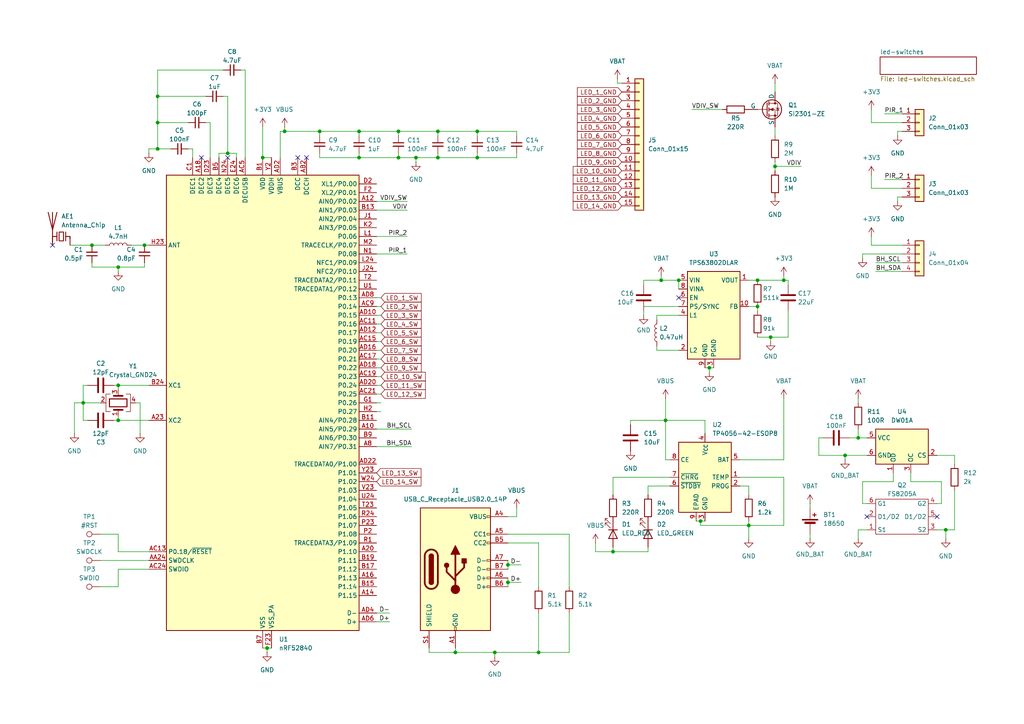
<source format=kicad_sch>
(kicad_sch (version 20250114) (generator "eeschema") (generator_version "9.0")
  (paper "A4")
  (junction (at 115.57 38.1))
  (junction (at 191.77 81.28))
  (junction (at 147.32 168.91))
  (junction (at 156.21 189.23))
  (junction (at 127 45.72))
  (junction (at 223.52 97.79))
  (junction (at 92.71 38.1))
  (junction (at 274.32 153.67))
  (junction (at 45.72 43.18))
  (junction (at 127 38.1))
  (junction (at 245.11 132.08))
  (junction (at 45.72 35.56))
  (junction (at 193.04 121.92))
  (junction (at 104.14 38.1))
  (junction (at 45.72 27.94))
  (junction (at 82.55 38.1))
  (junction (at 34.29 111.76))
  (junction (at 34.29 121.92))
  (junction (at 217.17 152.4))
  (junction (at 205.74 106.68))
  (junction (at 77.47 187.96))
  (junction (at 147.32 163.83))
  (junction (at 132.08 189.23))
  (junction (at 143.51 189.23))
  (junction (at 24.13 116.84))
  (junction (at 219.71 88.9))
  (junction (at 104.14 45.72))
  (junction (at 248.92 127))
  (junction (at 66.04 44.45))
  (junction (at 219.71 81.28))
  (junction (at 138.43 45.72))
  (junction (at 115.57 45.72))
  (junction (at 177.8 160.02))
  (junction (at 26.67 71.12))
  (junction (at 196.85 81.28))
  (junction (at 120.65 45.72))
  (junction (at 227.33 81.28))
  (junction (at 41.91 71.12))
  (junction (at 224.79 48.26))
  (junction (at 76.2 45.72))
  (junction (at 203.2 151.13))
  (junction (at 34.29 77.47))
  (junction (at 138.43 38.1))
  (no_connect (at 88.9 45.72))
  (no_connect (at 15.24 71.12))
  (no_connect (at 86.36 45.72))
  (no_connect (at 58.42 45.72))
  (no_connect (at 196.85 86.36))
  (no_connect (at 251.46 149.86))
  (no_connect (at 271.78 149.86))
  (no_connect (at 66.04 45.72))
  (wire (pts (xy 24.13 121.92) (xy 25.4 121.92)))
  (wire (pts (xy 224.79 36.83) (xy 224.79 39.37)))
  (wire (pts (xy 127 44.45) (xy 127 45.72)))
  (wire (pts (xy 109.22 104.14) (xy 110.49 104.14)))
  (wire (pts (xy 149.86 38.1) (xy 149.86 39.37)))
  (wire (pts (xy 203.2 152.4) (xy 203.2 151.13)))
  (wire (pts (xy 252.73 35.56) (xy 252.73 31.75)))
  (wire (pts (xy 138.43 38.1) (xy 149.86 38.1)))
  (wire (pts (xy 276.86 132.08) (xy 271.78 132.08)))
  (wire (pts (xy 191.77 81.28) (xy 196.85 81.28)))
  (wire (pts (xy 24.13 111.76) (xy 24.13 116.84)))
  (wire (pts (xy 138.43 45.72) (xy 149.86 45.72)))
  (wire (pts (xy 245.11 133.35) (xy 245.11 132.08)))
  (wire (pts (xy 77.47 187.96) (xy 78.74 187.96)))
  (wire (pts (xy 109.22 177.8) (xy 113.03 177.8)))
  (wire (pts (xy 182.88 121.92) (xy 182.88 123.19)))
  (wire (pts (xy 34.29 121.92) (xy 43.18 121.92)))
  (wire (pts (xy 193.04 121.92) (xy 182.88 121.92)))
  (wire (pts (xy 237.49 127) (xy 238.76 127)))
  (wire (pts (xy 217.17 152.4) (xy 227.33 152.4)))
  (wire (pts (xy 45.72 43.18) (xy 43.18 43.18)))
  (wire (pts (xy 227.33 115.57) (xy 227.33 133.35)))
  (wire (pts (xy 104.14 45.72) (xy 115.57 45.72)))
  (wire (pts (xy 43.18 165.1) (xy 34.29 165.1)))
  (wire (pts (xy 264.16 139.7) (xy 264.16 137.16)))
  (wire (pts (xy 109.22 96.52) (xy 110.49 96.52)))
  (wire (pts (xy 273.05 146.05) (xy 271.78 146.05)))
  (wire (pts (xy 127 38.1) (xy 127 39.37)))
  (wire (pts (xy 109.22 101.6) (xy 110.49 101.6)))
  (wire (pts (xy 193.04 133.35) (xy 194.31 133.35)))
  (wire (pts (xy 217.17 140.97) (xy 217.17 143.51)))
  (wire (pts (xy 274.32 153.67) (xy 274.32 156.21)))
  (wire (pts (xy 43.18 43.18) (xy 43.18 44.45)))
  (wire (pts (xy 248.92 124.46) (xy 248.92 127)))
  (wire (pts (xy 115.57 44.45) (xy 115.57 45.72)))
  (wire (pts (xy 109.22 60.96) (xy 118.11 60.96)))
  (wire (pts (xy 227.33 80.01) (xy 227.33 81.28)))
  (wire (pts (xy 224.79 48.26) (xy 224.79 49.53)))
  (wire (pts (xy 227.33 138.43) (xy 227.33 152.4)))
  (wire (pts (xy 190.5 91.44) (xy 190.5 92.71)))
  (wire (pts (xy 109.22 91.44) (xy 110.49 91.44)))
  (wire (pts (xy 259.08 139.7) (xy 259.08 137.16)))
  (wire (pts (xy 147.32 167.64) (xy 147.32 168.91)))
  (wire (pts (xy 187.96 160.02) (xy 187.96 158.75)))
  (wire (pts (xy 109.22 88.9) (xy 110.49 88.9)))
  (wire (pts (xy 132.08 189.23) (xy 132.08 187.96)))
  (wire (pts (xy 45.72 20.32) (xy 45.72 27.94)))
  (wire (pts (xy 109.22 111.76) (xy 110.49 111.76)))
  (wire (pts (xy 248.92 115.57) (xy 248.92 116.84)))
  (wire (pts (xy 271.78 153.67) (xy 274.32 153.67)))
  (wire (pts (xy 273.05 146.05) (xy 273.05 139.7)))
  (wire (pts (xy 217.17 88.9) (xy 219.71 88.9)))
  (wire (pts (xy 193.04 121.92) (xy 193.04 133.35)))
  (wire (pts (xy 109.22 180.34) (xy 113.03 180.34)))
  (wire (pts (xy 109.22 109.22) (xy 110.49 109.22)))
  (wire (pts (xy 109.22 106.68) (xy 110.49 106.68)))
  (wire (pts (xy 194.31 138.43) (xy 177.8 138.43)))
  (wire (pts (xy 177.8 160.02) (xy 187.96 160.02)))
  (wire (pts (xy 66.04 44.45) (xy 68.58 44.45)))
  (wire (pts (xy 261.62 73.66) (xy 250.19 73.66)))
  (wire (pts (xy 273.05 139.7) (xy 264.16 139.7)))
  (wire (pts (xy 256.54 33.02) (xy 261.62 33.02)))
  (wire (pts (xy 201.93 151.13) (xy 203.2 151.13)))
  (wire (pts (xy 261.62 54.61) (xy 252.73 54.61)))
  (wire (pts (xy 143.51 189.23) (xy 156.21 189.23)))
  (wire (pts (xy 156.21 189.23) (xy 165.1 189.23)))
  (wire (pts (xy 250.19 139.7) (xy 259.08 139.7)))
  (wire (pts (xy 115.57 38.1) (xy 127 38.1)))
  (wire (pts (xy 147.32 163.83) (xy 151.13 163.83)))
  (wire (pts (xy 186.69 90.17) (xy 186.69 91.44)))
  (wire (pts (xy 186.69 88.9) (xy 196.85 88.9)))
  (wire (pts (xy 156.21 177.8) (xy 156.21 189.23)))
  (wire (pts (xy 40.64 116.84) (xy 39.37 116.84)))
  (wire (pts (xy 120.65 45.72) (xy 127 45.72)))
  (wire (pts (xy 187.96 143.51) (xy 187.96 140.97)))
  (wire (pts (xy 190.5 100.33) (xy 190.5 101.6)))
  (wire (pts (xy 43.18 160.02) (xy 34.29 160.02)))
  (wire (pts (xy 165.1 154.94) (xy 165.1 170.18)))
  (wire (pts (xy 224.79 48.26) (xy 232.41 48.26)))
  (wire (pts (xy 203.2 151.13) (xy 204.47 151.13)))
  (wire (pts (xy 191.77 81.28) (xy 186.69 81.28)))
  (wire (pts (xy 45.72 27.94) (xy 59.69 27.94)))
  (wire (pts (xy 254 78.74) (xy 261.62 78.74)))
  (wire (pts (xy 250.19 146.05) (xy 250.19 139.7)))
  (wire (pts (xy 68.58 44.45) (xy 68.58 45.72)))
  (wire (pts (xy 34.29 77.47) (xy 41.91 77.47)))
  (wire (pts (xy 127 38.1) (xy 138.43 38.1)))
  (wire (pts (xy 66.04 27.94) (xy 64.77 27.94)))
  (wire (pts (xy 204.47 121.92) (xy 204.47 125.73)))
  (wire (pts (xy 63.5 44.45) (xy 66.04 44.45)))
  (wire (pts (xy 34.29 78.74) (xy 34.29 77.47)))
  (wire (pts (xy 260.35 38.1) (xy 261.62 38.1)))
  (wire (pts (xy 219.71 97.79) (xy 223.52 97.79)))
  (wire (pts (xy 92.71 44.45) (xy 92.71 45.72)))
  (wire (pts (xy 147.32 168.91) (xy 151.13 168.91)))
  (wire (pts (xy 205.74 106.68) (xy 207.01 106.68)))
  (wire (pts (xy 165.1 177.8) (xy 165.1 189.23)))
  (wire (pts (xy 34.29 160.02) (xy 34.29 154.94)))
  (wire (pts (xy 124.46 189.23) (xy 124.46 187.96)))
  (wire (pts (xy 92.71 39.37) (xy 92.71 38.1)))
  (wire (pts (xy 138.43 45.72) (xy 138.43 44.45)))
  (wire (pts (xy 41.91 77.47) (xy 41.91 76.2)))
  (wire (pts (xy 260.35 39.37) (xy 260.35 38.1)))
  (wire (pts (xy 55.88 45.72) (xy 55.88 43.18)))
  (wire (pts (xy 248.92 153.67) (xy 248.92 156.21)))
  (wire (pts (xy 217.17 156.21) (xy 217.17 152.4)))
  (wire (pts (xy 147.32 162.56) (xy 147.32 163.83)))
  (wire (pts (xy 29.21 162.56) (xy 43.18 162.56)))
  (wire (pts (xy 191.77 80.01) (xy 191.77 81.28)))
  (wire (pts (xy 45.72 43.18) (xy 49.53 43.18)))
  (wire (pts (xy 246.38 127) (xy 248.92 127)))
  (wire (pts (xy 261.62 71.12) (xy 252.73 71.12)))
  (wire (pts (xy 118.11 68.58) (xy 109.22 68.58)))
  (wire (pts (xy 34.29 120.65) (xy 34.29 121.92)))
  (wire (pts (xy 21.59 116.84) (xy 24.13 116.84)))
  (wire (pts (xy 250.19 73.66) (xy 250.19 74.93)))
  (wire (pts (xy 214.63 133.35) (xy 227.33 133.35)))
  (wire (pts (xy 261.62 57.15) (xy 260.35 57.15)))
  (wire (pts (xy 260.35 57.15) (xy 260.35 58.42)))
  (wire (pts (xy 214.63 140.97) (xy 217.17 140.97)))
  (wire (pts (xy 219.71 81.28) (xy 227.33 81.28)))
  (wire (pts (xy 92.71 38.1) (xy 104.14 38.1)))
  (wire (pts (xy 109.22 86.36) (xy 110.49 86.36)))
  (wire (pts (xy 147.32 157.48) (xy 156.21 157.48)))
  (wire (pts (xy 109.22 129.54) (xy 119.38 129.54)))
  (wire (pts (xy 26.67 77.47) (xy 34.29 77.47)))
  (wire (pts (xy 109.22 119.38) (xy 110.49 119.38)))
  (wire (pts (xy 203.2 152.4) (xy 217.17 152.4)))
  (wire (pts (xy 26.67 71.12) (xy 30.48 71.12)))
  (wire (pts (xy 34.29 165.1) (xy 34.29 170.18)))
  (wire (pts (xy 251.46 153.67) (xy 248.92 153.67)))
  (wire (pts (xy 219.71 81.28) (xy 217.17 81.28)))
  (wire (pts (xy 234.95 156.21) (xy 234.95 154.94)))
  (wire (pts (xy 124.46 189.23) (xy 132.08 189.23)))
  (wire (pts (xy 34.29 111.76) (xy 34.29 113.03)))
  (wire (pts (xy 76.2 36.83) (xy 76.2 45.72)))
  (wire (pts (xy 224.79 24.13) (xy 224.79 26.67)))
  (wire (pts (xy 223.52 97.79) (xy 228.6 97.79)))
  (wire (pts (xy 127 45.72) (xy 138.43 45.72)))
  (wire (pts (xy 261.62 35.56) (xy 252.73 35.56)))
  (wire (pts (xy 186.69 81.28) (xy 186.69 82.55)))
  (wire (pts (xy 34.29 170.18) (xy 29.21 170.18)))
  (wire (pts (xy 55.88 43.18) (xy 54.61 43.18)))
  (wire (pts (xy 217.17 152.4) (xy 217.17 151.13)))
  (wire (pts (xy 147.32 149.86) (xy 149.86 149.86)))
  (wire (pts (xy 252.73 68.58) (xy 252.73 71.12)))
  (wire (pts (xy 172.72 157.48) (xy 172.72 160.02)))
  (wire (pts (xy 24.13 116.84) (xy 29.21 116.84)))
  (wire (pts (xy 71.12 20.32) (xy 69.85 20.32)))
  (wire (pts (xy 149.86 147.32) (xy 149.86 149.86)))
  (wire (pts (xy 109.22 114.3) (xy 110.49 114.3)))
  (wire (pts (xy 193.04 121.92) (xy 204.47 121.92)))
  (wire (pts (xy 104.14 44.45) (xy 104.14 45.72)))
  (wire (pts (xy 224.79 46.99) (xy 224.79 48.26)))
  (wire (pts (xy 251.46 146.05) (xy 250.19 146.05)))
  (wire (pts (xy 228.6 82.55) (xy 228.6 81.28)))
  (wire (pts (xy 120.65 45.72) (xy 120.65 46.99)))
  (wire (pts (xy 109.22 58.42) (xy 118.11 58.42)))
  (wire (pts (xy 204.47 106.68) (xy 205.74 106.68)))
  (wire (pts (xy 276.86 142.24) (xy 276.86 153.67)))
  (wire (pts (xy 245.11 132.08) (xy 251.46 132.08)))
  (wire (pts (xy 177.8 138.43) (xy 177.8 143.51)))
  (wire (pts (xy 33.02 121.92) (xy 34.29 121.92)))
  (wire (pts (xy 20.32 71.12) (xy 26.67 71.12)))
  (wire (pts (xy 45.72 35.56) (xy 54.61 35.56)))
  (wire (pts (xy 147.32 168.91) (xy 147.32 170.18)))
  (wire (pts (xy 76.2 187.96) (xy 77.47 187.96)))
  (wire (pts (xy 147.32 163.83) (xy 147.32 165.1)))
  (wire (pts (xy 256.54 52.07) (xy 261.62 52.07)))
  (wire (pts (xy 45.72 27.94) (xy 45.72 35.56)))
  (wire (pts (xy 66.04 27.94) (xy 66.04 44.45)))
  (wire (pts (xy 228.6 81.28) (xy 227.33 81.28)))
  (wire (pts (xy 24.13 116.84) (xy 24.13 121.92)))
  (wire (pts (xy 34.29 111.76) (xy 43.18 111.76)))
  (wire (pts (xy 138.43 38.1) (xy 138.43 39.37)))
  (wire (pts (xy 82.55 36.83) (xy 82.55 38.1)))
  (wire (pts (xy 40.64 116.84) (xy 40.64 125.73)))
  (wire (pts (xy 214.63 138.43) (xy 227.33 138.43)))
  (wire (pts (xy 104.14 38.1) (xy 115.57 38.1)))
  (wire (pts (xy 237.49 127) (xy 237.49 132.08)))
  (wire (pts (xy 180.34 24.13) (xy 179.07 24.13)))
  (wire (pts (xy 82.55 38.1) (xy 81.28 38.1)))
  (wire (pts (xy 41.91 71.12) (xy 43.18 71.12)))
  (wire (pts (xy 109.22 124.46) (xy 119.38 124.46)))
  (wire (pts (xy 200.66 31.75) (xy 209.55 31.75)))
  (wire (pts (xy 196.85 91.44) (xy 190.5 91.44)))
  (wire (pts (xy 60.96 35.56) (xy 59.69 35.56)))
  (wire (pts (xy 64.77 20.32) (xy 45.72 20.32)))
  (wire (pts (xy 34.29 154.94) (xy 29.21 154.94)))
  (wire (pts (xy 177.8 158.75) (xy 177.8 160.02)))
  (wire (pts (xy 60.96 35.56) (xy 60.96 45.72)))
  (wire (pts (xy 193.04 121.92) (xy 193.04 115.57)))
  (wire (pts (xy 223.52 97.79) (xy 223.52 99.06)))
  (wire (pts (xy 92.71 45.72) (xy 104.14 45.72)))
  (wire (pts (xy 132.08 189.23) (xy 143.51 189.23)))
  (wire (pts (xy 104.14 38.1) (xy 104.14 39.37)))
  (wire (pts (xy 254 76.2) (xy 261.62 76.2)))
  (wire (pts (xy 33.02 111.76) (xy 34.29 111.76)))
  (wire (pts (xy 187.96 140.97) (xy 194.31 140.97)))
  (wire (pts (xy 276.86 134.62) (xy 276.86 132.08)))
  (wire (pts (xy 252.73 54.61) (xy 252.73 50.8)))
  (wire (pts (xy 149.86 44.45) (xy 149.86 45.72)))
  (wire (pts (xy 77.47 187.96) (xy 77.47 189.23)))
  (wire (pts (xy 109.22 99.06) (xy 110.49 99.06)))
  (wire (pts (xy 156.21 157.48) (xy 156.21 170.18)))
  (wire (pts (xy 81.28 38.1) (xy 81.28 45.72)))
  (wire (pts (xy 179.07 22.86) (xy 179.07 24.13)))
  (wire (pts (xy 143.51 189.23) (xy 143.51 190.5)))
  (wire (pts (xy 276.86 153.67) (xy 274.32 153.67)))
  (wire (pts (xy 109.22 116.84) (xy 110.49 116.84)))
  (wire (pts (xy 25.4 111.76) (xy 24.13 111.76)))
  (wire (pts (xy 118.11 73.66) (xy 109.22 73.66)))
  (wire (pts (xy 26.67 77.47) (xy 26.67 76.2)))
  (wire (pts (xy 115.57 38.1) (xy 115.57 39.37)))
  (wire (pts (xy 205.74 106.68) (xy 205.74 107.95)))
  (wire (pts (xy 38.1 71.12) (xy 41.91 71.12)))
  (wire (pts (xy 92.71 38.1) (xy 82.55 38.1)))
  (wire (pts (xy 234.95 146.05) (xy 234.95 147.32)))
  (wire (pts (xy 109.22 93.98) (xy 110.49 93.98)))
  (wire (pts (xy 71.12 20.32) (xy 71.12 45.72)))
  (wire (pts (xy 147.32 154.94) (xy 165.1 154.94)))
  (wire (pts (xy 76.2 45.72) (xy 78.74 45.72)))
  (wire (pts (xy 237.49 132.08) (xy 245.11 132.08)))
  (wire (pts (xy 196.85 81.28) (xy 196.85 83.82)))
  (wire (pts (xy 228.6 90.17) (xy 228.6 97.79)))
  (wire (pts (xy 21.59 116.84) (xy 21.59 125.73)))
  (wire (pts (xy 190.5 101.6) (xy 196.85 101.6)))
  (wire (pts (xy 172.72 160.02) (xy 177.8 160.02)))
  (wire (pts (xy 63.5 45.72) (xy 63.5 44.45)))
  (wire (pts (xy 219.71 88.9) (xy 219.71 90.17)))
  (wire (pts (xy 120.65 45.72) (xy 115.57 45.72)))
  (wire (pts (xy 248.92 127) (xy 251.46 127)))
  (wire (pts (xy 45.72 35.56) (xy 45.72 43.18)))
  (label "VDIV" (at 232.41 48.26 180))
  (label "D-" (at 151.13 163.83 180))
  (label "PIR_2" (at 256.54 52.07 0))
  (label "BH_SDA" (at 254 78.74 0))
  (label "BH_SCL" (at 254 76.2 0))
  (label "PIR_2" (at 118.11 68.58 180))
  (label "BH_SCL" (at 119.38 124.46 180))
  (label "VDIV_SW" (at 200.66 31.75 0))
  (label "VDIV_SW" (at 118.11 58.42 180))
  (label "PIR_1" (at 118.11 73.66 180))
  (label "BH_SDA" (at 119.38 129.54 180))
  (label "D-" (at 113.03 177.8 180))
  (label "D+" (at 151.13 168.91 180))
  (label "D+" (at 113.03 180.34 180))
  (label "VDIV" (at 118.11 60.96 180))
  (label "PIR_1" (at 256.54 33.02 0))
  (global_label "LED_7_SW" (shape input) (at 110.49 101.6 0) (property "Intersheetrefs" "${INTERSHEET_REFS}" (effects (hide yes))))
  (global_label "LED_11_SW" (shape input) (at 110.49 111.76 0) (property "Intersheetrefs" "${INTERSHEET_REFS}" (effects (hide yes))))
  (global_label "LED_13_GND" (shape input) (at 180.34 57.15 180) (property "Intersheetrefs" "${INTERSHEET_REFS}" (effects (hide yes))))
  (global_label "LED_11_GND" (shape input) (at 180.34 52.07 180) (property "Intersheetrefs" "${INTERSHEET_REFS}" (effects (hide yes))))
  (global_label "LED_10_GND" (shape input) (at 180.34 49.53 180) (property "Intersheetrefs" "${INTERSHEET_REFS}" (effects (hide yes))))
  (global_label "LED_12_GND" (shape input) (at 180.34 54.61 180) (property "Intersheetrefs" "${INTERSHEET_REFS}" (effects (hide yes))))
  (global_label "LED_14_GND" (shape input) (at 180.34 59.69 180) (property "Intersheetrefs" "${INTERSHEET_REFS}" (effects (hide yes))))
  (global_label "LED_5_GND" (shape input) (at 180.34 36.83 180) (property "Intersheetrefs" "${INTERSHEET_REFS}" (effects (hide yes))))
  (global_label "LED_6_GND" (shape input) (at 180.34 39.37 180) (property "Intersheetrefs" "${INTERSHEET_REFS}" (effects (hide yes))))
  (global_label "LED_9_GND" (shape input) (at 180.34 46.99 180) (property "Intersheetrefs" "${INTERSHEET_REFS}" (effects (hide yes))))
  (global_label "LED_4_GND" (shape input) (at 180.34 34.29 180) (property "Intersheetrefs" "${INTERSHEET_REFS}" (effects (hide yes))))
  (global_label "LED_2_GND" (shape input) (at 180.34 29.21 180) (property "Intersheetrefs" "${INTERSHEET_REFS}" (effects (hide yes))))
  (global_label "LED_1_GND" (shape input) (at 180.34 26.67 180) (property "Intersheetrefs" "${INTERSHEET_REFS}" (effects (hide yes))))
  (global_label "LED_3_GND" (shape input) (at 180.34 31.75 180) (property "Intersheetrefs" "${INTERSHEET_REFS}" (effects (hide yes))))
  (global_label "LED_7_GND" (shape input) (at 180.34 41.91 180) (property "Intersheetrefs" "${INTERSHEET_REFS}" (effects (hide yes))))
  (global_label "LED_8_GND" (shape input) (at 180.34 44.45 180) (property "Intersheetrefs" "${INTERSHEET_REFS}" (effects (hide yes))))
  (global_label "LED_4_SW" (shape input) (at 110.49 93.98 0) (property "Intersheetrefs" "${INTERSHEET_REFS}" (effects (hide yes))))
  (global_label "LED_1_SW" (shape input) (at 110.49 86.36 0) (property "Intersheetrefs" "${INTERSHEET_REFS}" (effects (hide yes))))
  (global_label "LED_14_SW" (shape input) (at 109.22 139.7 0) (property "Intersheetrefs" "${INTERSHEET_REFS}" (effects (hide yes))))
  (global_label "LED_6_SW" (shape input) (at 110.49 99.06 0) (property "Intersheetrefs" "${INTERSHEET_REFS}" (effects (hide yes))))
  (global_label "LED_5_SW" (shape input) (at 110.49 96.52 0) (property "Intersheetrefs" "${INTERSHEET_REFS}" (effects (hide yes))))
  (global_label "LED_2_SW" (shape input) (at 110.49 88.9 0) (property "Intersheetrefs" "${INTERSHEET_REFS}" (effects (hide yes))))
  (global_label "LED_12_SW" (shape input) (at 110.49 114.3 0) (property "Intersheetrefs" "${INTERSHEET_REFS}" (effects (hide yes))))
  (global_label "LED_8_SW" (shape input) (at 110.49 104.14 0) (property "Intersheetrefs" "${INTERSHEET_REFS}" (effects (hide yes))))
  (global_label "LED_13_SW" (shape input) (at 109.22 137.16 0) (property "Intersheetrefs" "${INTERSHEET_REFS}" (effects (hide yes))))
  (global_label "LED_9_SW" (shape input) (at 110.49 106.68 0) (property "Intersheetrefs" "${INTERSHEET_REFS}" (effects (hide yes))))
  (global_label "LED_10_SW" (shape input) (at 110.49 109.22 0) (property "Intersheetrefs" "${INTERSHEET_REFS}" (effects (hide yes))))
  (global_label "LED_3_SW" (shape input) (at 110.49 91.44 0) (property "Intersheetrefs" "${INTERSHEET_REFS}" (effects (hide yes))))
  (symbol (lib_id "Battery_Management:DW01A") (at 261.62 129.54 0) (unit 1)
    (property "Reference" "U4" (at 261.62 119.38 0))
    (property "Value" "DW01A" (at 261.62 121.92 0))
    (property "Footprint" "Package_TO_SOT_SMD:SOT-23-6" (effects (hide yes)))
    (property "Datasheet" "https://hmsemi.com/downfile/DW01A.PDF" (effects (hide yes)))
    (property "Description" "Overcharge, overcurrent and overdischarge protection IC for single cell lithium-ion/polymer battery" (effects (hide yes)))
    (property "MPN" "C18164398" (effects (hide yes)))
  )
  (symbol (lib_id "Device:C_Small") (at 26.67 73.66 0) (mirror x) (unit 1)
    (property "Reference" "C1" (at 24.13 72.3835 0) (effects (justify right)))
    (property "Value" "0.5pF" (at 24.13 74.9235 0) (effects (justify right)))
    (property "Footprint" "Capacitor_SMD:C_0402_1005Metric" (effects (hide yes)))
    (property "Description" "Unpolarized capacitor, small symbol" (effects (hide yes)))
    (property "MPN" "C285052" (effects (hide yes)))
  )
  (symbol (lib_id "Connector:USB_C_Receptacle_USB2.0_14P") (at 132.08 165.1 0) (unit 1)
    (property "Reference" "J1" (at 132.08 142.24 0))
    (property "Value" "USB_C_Receptacle_USB2.0_14P" (at 132.08 144.78 0))
    (property "Footprint" "Connector_USB:USB_C_Receptacle_GCT_USB4105-xx-A_16P_TopMnt_Horizontal" (effects (hide yes)))
    (property "Datasheet" "https://www.usb.org/sites/default/files/documents/usb_type-c.zip" (effects (hide yes)))
    (property "Description" "USB 2.0-only 14P Type-C Receptacle connector" (effects (hide yes)))
    (property "MPN" "C2765186" (effects (hide yes)))
  )
  (symbol (lib_id "Device:Battery_Cell") (at 234.95 152.4 0) (unit 1)
    (property "Reference" "BT1" (at 238.76 149.2884 0) (effects (justify left)))
    (property "Value" "18650" (at 238.76 151.8284 0) (effects (justify left)))
    (property "Footprint" "Battery:BatteryHolder_Keystone_1042_1x18650" (effects (hide yes)))
    (property "Description" "Single-cell battery" (effects (hide yes)))
    (property "MPN" "C2988620" (effects (hide yes)))
  )
  (symbol (lib_id "Device:R") (at 213.36 31.75 90) (unit 1)
    (property "Reference" "R5" (at 213.36 34.29 90))
    (property "Value" "220R" (at 213.36 36.83 90))
    (property "Footprint" "Resistor_SMD:R_0603_1608Metric" (effects (hide yes)))
    (property "Description" "Resistor" (effects (hide yes)))
    (property "MPN" "C2907127" (effects (hide yes)))
  )
  (symbol (lib_id "power:GND") (at 77.47 189.23 0) (unit 1)
    (property "Reference" "#PWR07" (effects (hide yes)))
    (property "Value" "GND" (at 77.47 194.31 0))
    (property "Description" "Power symbol creates a global label with name \"GND\" , ground" (effects (hide yes)))
  )
  (symbol (lib_id "power:GND") (at 245.11 133.35 0) (unit 1)
    (property "Reference" "#PWR013" (effects (hide yes)))
    (property "Value" "GND_BAT" (at 245.11 137.922 0))
    (property "Description" "Power symbol creates a global label with name \"GND\" , ground" (effects (hide yes)))
  )
  (symbol (lib_id "Device:L") (at 34.29 71.12 90) (unit 1)
    (property "Reference" "L1" (at 34.29 66.04 90))
    (property "Value" "4.7nH" (at 34.29 68.58 90))
    (property "Footprint" "Inductor_SMD:L_0402_1005Metric" (effects (hide yes)))
    (property "Description" "Inductor" (effects (hide yes)))
    (property "MPN" "C86065C86065" (effects (hide yes)))
  )
  (symbol (lib_id "Device:R") (at 177.8 147.32 0) (unit 1)
    (property "Reference" "R3" (at 180.34 146.0499 0) (effects (justify left)))
    (property "Value" "220R" (at 180.34 148.5899 0) (effects (justify left)))
    (property "Footprint" "Resistor_SMD:R_0603_1608Metric" (effects (hide yes)))
    (property "Description" "Resistor" (effects (hide yes)))
    (property "MPN" "C2907127" (effects (hide yes)))
  )
  (symbol (lib_id "power:GND") (at 260.35 58.42 0) (unit 1)
    (property "Reference" "#PWR05" (effects (hide yes)))
    (property "Value" "GND" (at 260.35 63.5 0))
    (property "Description" "Power symbol creates a global label with name \"GND\" , ground" (effects (hide yes)))
  )
  (symbol (lib_id "power:VBUS") (at 227.33 115.57 0) (unit 1)
    (property "Reference" "#PWR012" (effects (hide yes)))
    (property "Value" "VBAT" (at 227.33 110.49 0))
  )
  (symbol (lib_id "Device:R") (at 219.71 93.98 0) (unit 1)
    (property "Reference" "R8" (at 221.234 92.71 0) (effects (justify left)))
    (property "Value" "91k" (at 221.234 95.25 0) (effects (justify left)))
    (property "Footprint" "Resistor_SMD:R_0402_1005Metric" (effects (hide yes)))
    (property "Description" "Resistor" (effects (hide yes)))
    (property "MPN" "C4147" (effects (hide yes)))
  )
  (symbol (lib_id "Device:R") (at 276.86 138.43 0) (unit 1)
    (property "Reference" "R12" (at 279.4 137.1599 0) (effects (justify left)))
    (property "Value" "2k" (at 279.4 139.6999 0) (effects (justify left)))
    (property "Footprint" "Resistor_SMD:R_0603_1608Metric" (effects (hide yes)))
    (property "Description" "Resistor" (effects (hide yes)))
    (property "MPN" "C22975" (effects (hide yes)))
  )
  (symbol (lib_id "Device:C") (at 242.57 127 90) (unit 1)
    (property "Reference" "C18" (at 242.57 120.904 90))
    (property "Value" "100nF" (at 242.57 123.444 90))
    (property "Footprint" "Capacitor_SMD:C_0402_1005Metric" (effects (hide yes)))
    (property "Description" "Unpolarized capacitor" (effects (hide yes)))
    (property "MPN" "C6119799" (effects (hide yes)))
  )
  (symbol (lib_id "Connector_Generic:Conn_01x15") (at 185.42 41.91 0) (unit 1)
    (property "Reference" "J5" (at 187.96 40.6399 0) (effects (justify left)))
    (property "Value" "Conn_01x15" (at 187.96 43.1799 0) (effects (justify left)))
    (property "Footprint" "Connector_JST:JST_XH_S15B-XH-A_1x15_P2.50mm_Horizontal" (effects (hide yes)))
    (property "Description" "Generic connector, single row, 01x15, script generated (kicad-library-utils/schlib/autogen/connector/)" (effects (hide yes)))
  )
  (symbol (lib_id "power:GND") (at 43.18 44.45 0) (unit 1)
    (property "Reference" "#PWR023" (effects (hide yes)))
    (property "Value" "GND" (at 43.18 49.53 0))
    (property "Description" "Power symbol creates a global label with name \"GND\" , ground" (effects (hide yes)))
  )
  (symbol (lib_id "MCU_Nordic:nRF52840") (at 76.2 116.84 0) (unit 1)
    (property "Reference" "U1" (at 80.8833 185.42 0) (effects (justify left)))
    (property "Value" "nRF52840" (at 80.8833 187.96 0) (effects (justify left)))
    (property "Footprint" "Package_DFN_QFN:Nordic_AQFN-73-1EP_7x7mm_P0.5mm" (effects (hide yes)))
    (property "Datasheet" "http://infocenter.nordicsemi.com/topic/com.nordic.infocenter.nrf52/dita/nrf52/chips/nrf52840.html" (effects (hide yes)))
    (property "Description" "Multiprotocol BLE/ANT/2.4 GHz/802.15.4 Cortex-M4F SoC, AQFN-73" (effects (hide yes)))
    (property "MPN" "C190794" (effects (hide yes)))
  )
  (symbol (lib_id "Device:L") (at 190.5 96.52 180) (unit 1)
    (property "Reference" "L2" (at 191.262 95.25 0) (effects (justify right)))
    (property "Value" "0.47uH" (at 191.262 97.79 0) (effects (justify right)))
    (property "Footprint" "Inductor_SMD:L_1008_2520Metric" (effects (hide yes)))
    (property "Description" "Inductor" (effects (hide yes)))
    (property "MPN" "C5832368" (effects (hide yes)))
  )
  (symbol (lib_id "Device:C") (at 182.88 127 0) (unit 1)
    (property "Reference" "C15" (at 186.69 125.7299 0) (effects (justify left)))
    (property "Value" "10uF" (at 186.69 128.2699 0) (effects (justify left)))
    (property "Footprint" "Capacitor_SMD:C_0603_1608Metric" (effects (hide yes)))
    (property "Description" "Unpolarized capacitor" (effects (hide yes)))
    (property "MPN" "C6119842" (effects (hide yes)))
  )
  (symbol (lib_id "power:GND") (at 217.17 156.21 0) (unit 1)
    (property "Reference" "#PWR016" (effects (hide yes)))
    (property "Value" "GND" (at 217.17 161.29 0))
    (property "Description" "Power symbol creates a global label with name \"GND\" , ground" (effects (hide yes)))
  )
  (symbol (lib_id "Device:C") (at 29.21 111.76 90) (unit 1)
    (property "Reference" "C2" (at 29.21 105.41 90))
    (property "Value" "12pF" (at 29.21 107.95 90))
    (property "Footprint" "Capacitor_SMD:C_0402_1005Metric" (effects (hide yes)))
    (property "Description" "Unpolarized capacitor" (effects (hide yes)))
    (property "MPN" "C45359894" (effects (hide yes)))
  )
  (symbol (lib_id "Device:C_Small") (at 67.31 20.32 90) (unit 1)
    (property "Reference" "C8" (at 67.31 14.986 90))
    (property "Value" "4.7uF" (at 67.31 17.526 90))
    (property "Footprint" "Capacitor_SMD:C_0402_1005Metric" (effects (hide yes)))
    (property "Description" "Unpolarized capacitor, small symbol" (effects (hide yes)))
    (property "MPN" "C23733" (effects (hide yes)))
  )
  (symbol (lib_id "Device:C_Small") (at 104.14 41.91 0) (unit 1)
    (property "Reference" "C10" (at 106.68 40.6462 0) (effects (justify left)))
    (property "Value" "1uF" (at 106.68 43.1862 0) (effects (justify left)))
    (property "Footprint" "Capacitor_SMD:C_0603_1608Metric" (effects (hide yes)))
    (property "Description" "Unpolarized capacitor, small symbol" (effects (hide yes)))
    (property "MPN" "C1592" (effects (hide yes)))
  )
  (symbol (lib_id "power:GND") (at 143.51 190.5 0) (unit 1)
    (property "Reference" "#PWR01" (effects (hide yes)))
    (property "Value" "GND" (at 143.51 195.58 0))
    (property "Description" "Power symbol creates a global label with name \"GND\" , ground" (effects (hide yes)))
  )
  (symbol (lib_id "Connector_Generic:Conn_01x04") (at 266.7 73.66 0) (unit 1)
    (property "Reference" "J4" (at 269.24 73.6599 0) (effects (justify left)))
    (property "Value" "Conn_01x04" (at 269.24 76.1999 0) (effects (justify left)))
    (property "Footprint" "Connector_JST:JST_XH_B4B-XH-AM_1x04_P2.50mm_Vertical" (effects (hide yes)))
    (property "Description" "Generic connector, single row, 01x04, script generated (kicad-library-utils/schlib/autogen/connector/)" (effects (hide yes)))
    (property "MPN" "C161871" (effects (hide yes)))
  )
  (symbol (lib_id "power:VBUS") (at 179.07 22.86 0) (unit 1)
    (property "Reference" "#PWR049" (effects (hide yes)))
    (property "Value" "VBAT" (at 179.07 17.78 0))
  )
  (symbol (lib_id "power:VBUS") (at 234.95 146.05 0) (unit 1)
    (property "Reference" "#PWR017" (effects (hide yes)))
    (property "Value" "VBAT" (at 234.95 140.97 0))
  )
  (symbol (lib_id "Device:R") (at 224.79 53.34 0) (unit 1)
    (property "Reference" "R10" (at 227.33 52.0699 0) (effects (justify left)))
    (property "Value" "1M" (at 227.33 54.6099 0) (effects (justify left)))
    (property "Footprint" "Resistor_SMD:R_0402_1005Metric" (effects (hide yes)))
    (property "Description" "Resistor" (effects (hide yes)))
    (property "MPN" "C26083" (effects (hide yes)))
  )
  (symbol (lib_id "power:GND") (at 260.35 39.37 0) (unit 1)
    (property "Reference" "#PWR06" (effects (hide yes)))
    (property "Value" "GND" (at 260.35 44.45 0))
    (property "Description" "Power symbol creates a global label with name \"GND\" , ground" (effects (hide yes)))
  )
  (symbol (lib_id "Device:C_Small") (at 62.23 27.94 90) (unit 1)
    (property "Reference" "C7" (at 62.23 22.606 90))
    (property "Value" "1uF" (at 62.23 25.146 90))
    (property "Footprint" "Capacitor_SMD:C_0603_1608Metric" (effects (hide yes)))
    (property "Description" "Unpolarized capacitor, small symbol" (effects (hide yes)))
    (property "MPN" "C1592" (effects (hide yes)))
  )
  (symbol (lib_id "power:GND") (at 250.19 74.93 0) (unit 1)
    (property "Reference" "#PWR046" (effects (hide yes)))
    (property "Value" "GND" (at 250.19 80.01 0))
    (property "Description" "Power symbol creates a global label with name \"GND\" , ground" (effects (hide yes)))
  )
  (symbol (lib_id "Connector_Generic:Conn_01x03") (at 266.7 54.61 0) (unit 1)
    (property "Reference" "J3" (at 269.24 53.3399 0) (effects (justify left)))
    (property "Value" "Conn_01x03" (at 269.24 55.8799 0) (effects (justify left)))
    (property "Footprint" "Connector_JST:JST_XH_B3B-XH-AM_1x03_P2.50mm_Vertical" (effects (hide yes)))
    (property "Description" "Generic connector, single row, 01x03, script generated (kicad-library-utils/schlib/autogen/connector/)" (effects (hide yes)))
    (property "MPN" "C161870" (effects (hide yes)))
  )
  (symbol (lib_id "power:GND") (at 40.64 125.73 0) (unit 1)
    (property "Reference" "#PWR021" (effects (hide yes)))
    (property "Value" "GND" (at 40.64 130.81 0))
    (property "Description" "Power symbol creates a global label with name \"GND\" , ground" (effects (hide yes)))
  )
  (symbol (lib_id "power:GND") (at 224.79 57.15 0) (unit 1)
    (property "Reference" "#PWR026" (effects (hide yes)))
    (property "Value" "GND" (at 224.79 62.23 0))
    (property "Description" "Power symbol creates a global label with name \"GND\" , ground" (effects (hide yes)))
  )
  (symbol (lib_id "Regulator_Switching:TPS63002") (at 207.01 91.44 0) (unit 1)
    (property "Reference" "U3" (at 207.01 73.66 0))
    (property "Value" "TPS63802DLAR" (at 207.01 76.2 0))
    (property "Footprint" "Custom:VSON-10" (effects (hide yes)))
    (property "Datasheet" "http://www.ti.com/lit/ds/symlink/tps63000.pdf" (effects (hide yes)))
    (property "Description" "Buck-Boost Converter, 1.8-5.5V Input Voltage, 1.7A Switch Current, 5V Output Voltage, VSON-10" (effects (hide yes)))
    (property "MPN" "C2845237" (effects (hide yes)))
  )
  (symbol (lib_id "Connector_Generic:Conn_01x03") (at 266.7 35.56 0) (unit 1)
    (property "Reference" "J2" (at 269.24 34.2899 0) (effects (justify left)))
    (property "Value" "Conn_01x03" (at 269.24 36.8299 0) (effects (justify left)))
    (property "Footprint" "Connector_JST:JST_XH_S3B-XH-A_1x03_P2.50mm_Horizontal" (effects (hide yes)))
    (property "Description" "Generic connector, single row, 01x03, script generated (kicad-library-utils/schlib/autogen/connector/)" (effects (hide yes)))
    (property "MPN" "C157928" (effects (hide yes)))
  )
  (symbol (lib_id "power:GND") (at 234.95 156.21 0) (unit 1)
    (property "Reference" "#PWR018" (effects (hide yes)))
    (property "Value" "GND_BAT" (at 234.95 160.782 0))
    (property "Description" "Power symbol creates a global label with name \"GND\" , ground" (effects (hide yes)))
  )
  (symbol (lib_id "Device:R") (at 224.79 43.18 0) (unit 1)
    (property "Reference" "R9" (at 227.33 41.9099 0) (effects (justify left)))
    (property "Value" "2M" (at 227.33 44.4499 0) (effects (justify left)))
    (property "Footprint" "Resistor_SMD:R_0402_1005Metric" (effects (hide yes)))
    (property "Description" "Resistor" (effects (hide yes)))
    (property "MPN" "C138014" (effects (hide yes)))
  )
  (symbol (lib_id "power:GND") (at 248.92 156.21 0) (unit 1)
    (property "Reference" "#PWR08" (effects (hide yes)))
    (property "Value" "GND_BAT" (at 248.92 160.782 0))
    (property "Description" "Power symbol creates a global label with name \"GND\" , ground" (effects (hide yes)))
  )
  (symbol (lib_id "power:VBUS") (at 224.79 24.13 0) (unit 1)
    (property "Reference" "#PWR025" (effects (hide yes)))
    (property "Value" "VBAT" (at 224.79 19.05 0))
  )
  (symbol (lib_id "Device:LED") (at 187.96 154.94 270) (unit 1)
    (property "Reference" "D2" (at 190.5 152.0824 90) (effects (justify left)))
    (property "Value" "LED_GREEN" (at 190.5 154.6224 90) (effects (justify left)))
    (property "Footprint" "Custom:LED_1.7x1.1mm" (effects (hide yes)))
    (property "Description" "Light emitting diode" (effects (hide yes)))
    (property "Sim.Pins" "1=K 2=A" (effects (hide yes)))
    (property "MPN" "C965863" (effects (hide yes)))
  )
  (symbol (lib_id "Device:C_Small") (at 52.07 43.18 90) (unit 1)
    (property "Reference" "C5" (at 52.07 37.846 90))
    (property "Value" "100nF" (at 52.07 40.386 90))
    (property "Footprint" "Capacitor_SMD:C_0402_1005Metric" (effects (hide yes)))
    (property "Description" "Unpolarized capacitor, small symbol" (effects (hide yes)))
    (property "MPN" "C6119799" (effects (hide yes)))
  )
  (symbol (lib_id "Connector:TestPoint") (at 29.21 154.94 90) (unit 1)
    (property "Reference" "TP1" (at 25.908 149.86 90))
    (property "Value" "#RST" (at 25.908 152.4 90))
    (property "Footprint" "TestPoint:TestPoint_Pad_D1.5mm" (effects (hide yes)))
    (property "Description" "test point" (effects (hide yes)))
  )
  (symbol (lib_id "power:GND") (at 186.69 91.44 0) (unit 1)
    (property "Reference" "#PWR042" (effects (hide yes)))
    (property "Value" "GND" (at 186.69 95.758 0))
    (property "Description" "Power symbol creates a global label with name \"GND\" , ground" (effects (hide yes)))
  )
  (symbol (lib_id "Device:C_Small") (at 149.86 41.91 0) (unit 1)
    (property "Reference" "C14" (at 152.4 40.6462 0) (effects (justify left)))
    (property "Value" "4.7uF" (at 152.4 43.1862 0) (effects (justify left)))
    (property "Footprint" "Capacitor_SMD:C_0402_1005Metric" (effects (hide yes)))
    (property "Description" "Unpolarized capacitor, small symbol" (effects (hide yes)))
    (property "MPN" "C23733" (effects (hide yes)))
  )
  (symbol (lib_id "Device:R") (at 156.21 173.99 0) (unit 1)
    (property "Reference" "R1" (at 158.75 172.7199 0) (effects (justify left)))
    (property "Value" "5.1k" (at 158.75 175.2599 0) (effects (justify left)))
    (property "Footprint" "Resistor_SMD:R_0603_1608Metric" (effects (hide yes)))
    (property "Description" "Resistor" (effects (hide yes)))
    (property "MPN" "C26000" (effects (hide yes)))
  )
  (symbol (lib_id "Device:R") (at 217.17 147.32 0) (unit 1)
    (property "Reference" "R6" (at 219.71 146.0499 0) (effects (justify left)))
    (property "Value" "1.2k" (at 219.71 148.5899 0) (effects (justify left)))
    (property "Footprint" "Resistor_SMD:R_0603_1608Metric" (effects (hide yes)))
    (property "Description" "Resistor" (effects (hide yes)))
    (property "MPN" "C25987" (effects (hide yes)))
  )
  (symbol (lib_id "Device:C_Small") (at 115.57 41.91 0) (unit 1)
    (property "Reference" "C11" (at 118.11 40.6462 0) (effects (justify left)))
    (property "Value" "100nF" (at 118.11 43.1862 0) (effects (justify left)))
    (property "Footprint" "Capacitor_SMD:C_0402_1005Metric" (effects (hide yes)))
    (property "Description" "Unpolarized capacitor, small symbol" (effects (hide yes)))
    (property "MPN" "C6119799" (effects (hide yes)))
  )
  (symbol (lib_id "Device:C") (at 186.69 86.36 0) (mirror x) (unit 1)
    (property "Reference" "C16" (at 183.896 85.09 0) (effects (justify right)))
    (property "Value" "10uF" (at 183.896 87.63 0) (effects (justify right)))
    (property "Footprint" "Capacitor_SMD:C_0603_1608Metric" (effects (hide yes)))
    (property "Description" "Unpolarized capacitor" (effects (hide yes)))
    (property "MPN" "C6119842" (effects (hide yes)))
  )
  (symbol (lib_id "power:VBUS") (at 149.86 147.32 0) (unit 1)
    (property "Reference" "#PWR09" (effects (hide yes)))
    (property "Value" "VBUS" (at 149.86 142.24 0))
    (property "Description" "Power symbol creates a global label with name \"VBUS\"" (effects (hide yes)))
  )
  (symbol (lib_id "power:VBUS") (at 191.77 80.01 0) (unit 1)
    (property "Reference" "#PWR040" (effects (hide yes)))
    (property "Value" "VBAT" (at 191.77 74.93 0))
  )
  (symbol (lib_id "Device:Antenna_Chip") (at 17.78 68.58 0) (mirror y) (unit 1)
    (property "Reference" "AE1" (at 17.78 62.738 0) (effects (justify right)))
    (property "Value" "Antenna_Chip" (at 17.78 65.278 0) (effects (justify right)))
    (property "Footprint" "Inductor_SMD:L_1206_3216Metric" (effects (hide yes)))
    (property "Description" "Ceramic chip antenna with pin for PCB trace" (effects (hide yes)))
    (property "MPN" "C127629" (effects (hide yes)))
  )
  (symbol (lib_id "Device:R") (at 165.1 173.99 0) (unit 1)
    (property "Reference" "R2" (at 167.64 172.7199 0) (effects (justify left)))
    (property "Value" "5.1k" (at 167.64 175.2599 0) (effects (justify left)))
    (property "Footprint" "Resistor_SMD:R_0603_1608Metric" (effects (hide yes)))
    (property "Description" "Resistor" (effects (hide yes)))
    (property "MPN" "C26000" (effects (hide yes)))
  )
  (symbol (lib_id "Device:C_Small") (at 92.71 41.91 0) (unit 1)
    (property "Reference" "C9" (at 95.25 40.6462 0) (effects (justify left)))
    (property "Value" "4.7uF" (at 95.25 43.1862 0) (effects (justify left)))
    (property "Footprint" "Capacitor_SMD:C_0402_1005Metric" (effects (hide yes)))
    (property "Description" "Unpolarized capacitor, small symbol" (effects (hide yes)))
    (property "MPN" "C23733" (effects (hide yes)))
  )
  (symbol (lib_id "power:VBUS") (at 248.92 115.57 0) (unit 1)
    (property "Reference" "#PWR015" (effects (hide yes)))
    (property "Value" "VBAT" (at 248.92 110.49 0))
  )
  (symbol (lib_id "Device:LED") (at 177.8 154.94 270) (unit 1)
    (property "Reference" "D1" (at 180.34 152.0824 90) (effects (justify left)))
    (property "Value" "LED_RED" (at 180.34 154.6224 90) (effects (justify left)))
    (property "Footprint" "Custom:LED_1.7x1.1mm" (effects (hide yes)))
    (property "Description" "Light emitting diode" (effects (hide yes)))
    (property "Sim.Pins" "1=K 2=A" (effects (hide yes)))
    (property "MPN" "C965860" (effects (hide yes)))
  )
  (symbol (lib_id "power:GND") (at 120.65 46.99 0) (unit 1)
    (property "Reference" "#PWR024" (effects (hide yes)))
    (property "Value" "GND" (at 120.65 52.07 0))
    (property "Description" "Power symbol creates a global label with name \"GND\" , ground" (effects (hide yes)))
  )
  (symbol (lib_id "power:+3V3") (at 252.73 68.58 0) (unit 1)
    (property "Reference" "#PWR045" (effects (hide yes)))
    (property "Value" "+3V3" (at 252.73 63.5 0))
    (property "Description" "Power symbol creates a global label with name \"+3V3\"" (effects (hide yes)))
  )
  (symbol (lib_id "power:+3V3") (at 252.73 31.75 0) (unit 1)
    (property "Reference" "#PWR03" (effects (hide yes)))
    (property "Value" "+3V3" (at 252.73 26.67 0))
    (property "Description" "Power symbol creates a global label with name \"+3V3\"" (effects (hide yes)))
  )
  (symbol (lib_id "Device:Crystal_GND24") (at 34.29 116.84 90) (unit 1)
    (property "Reference" "Y1" (at 38.608 106.172 90))
    (property "Value" "Crystal_GND24" (at 38.608 108.712 90))
    (property "Footprint" "Crystal:Crystal_SMD_2016-4Pin_2.0x1.6mm" (effects (hide yes)))
    (property "Description" "Four pin crystal, GND on pins 2 and 4" (effects (hide yes)))
    (property "MPN" "C37635331" (effects (hide yes)))
  )
  (symbol (lib_id "power:VBUS") (at 172.72 157.48 0) (unit 1)
    (property "Reference" "#PWR047" (effects (hide yes)))
    (property "Value" "VBUS" (at 172.72 152.4 0))
    (property "Description" "Power symbol creates a global label with name \"VBUS\"" (effects (hide yes)))
  )
  (symbol (lib_id "Device:C") (at 29.21 121.92 90) (mirror x) (unit 1)
    (property "Reference" "C3" (at 29.21 128.27 90))
    (property "Value" "12pF" (at 29.21 125.73 90))
    (property "Footprint" "Capacitor_SMD:C_0402_1005Metric" (effects (hide yes)))
    (property "Description" "Unpolarized capacitor" (effects (hide yes)))
    (property "MPN" "C45359894" (effects (hide yes)))
  )
  (symbol (lib_id "Device:C_Small") (at 138.43 41.91 0) (unit 1)
    (property "Reference" "C13" (at 140.97 40.6462 0) (effects (justify left)))
    (property "Value" "100nF" (at 140.97 43.1862 0) (effects (justify left)))
    (property "Footprint" "Capacitor_SMD:C_0402_1005Metric" (effects (hide yes)))
    (property "Description" "Unpolarized capacitor, small symbol" (effects (hide yes)))
    (property "MPN" "C6119799" (effects (hide yes)))
  )
  (symbol (lib_id "Device:R") (at 187.96 147.32 0) (unit 1)
    (property "Reference" "R4" (at 190.5 146.0499 0) (effects (justify left)))
    (property "Value" "220R" (at 190.5 148.5899 0) (effects (justify left)))
    (property "Footprint" "Resistor_SMD:R_0603_1608Metric" (effects (hide yes)))
    (property "Description" "Resistor" (effects (hide yes)))
    (property "MPN" "C2907127" (effects (hide yes)))
  )
  (symbol (lib_id "Device:C_Small") (at 127 41.91 0) (unit 1)
    (property "Reference" "C12" (at 129.54 40.6462 0) (effects (justify left)))
    (property "Value" "100nF" (at 129.54 43.1862 0) (effects (justify left)))
    (property "Footprint" "Capacitor_SMD:C_0402_1005Metric" (effects (hide yes)))
    (property "Description" "Unpolarized capacitor, small symbol" (effects (hide yes)))
    (property "MPN" "C6119799" (effects (hide yes)))
  )
  (symbol (lib_id "power:GND") (at 274.32 156.21 0) (unit 1)
    (property "Reference" "#PWR014" (effects (hide yes)))
    (property "Value" "GND" (at 274.32 161.29 0))
    (property "Description" "Power symbol creates a global label with name \"GND\" , ground" (effects (hide yes)))
  )
  (symbol (lib_id "power:GND") (at 182.88 130.81 0) (unit 1)
    (property "Reference" "#PWR011" (effects (hide yes)))
    (property "Value" "GND" (at 182.88 135.89 0))
    (property "Description" "Power symbol creates a global label with name \"GND\" , ground" (effects (hide yes)))
  )
  (symbol (lib_id "Device:R") (at 248.92 120.65 0) (unit 1)
    (property "Reference" "R11" (at 251.46 119.3799 0) (effects (justify left)))
    (property "Value" "100R" (at 251.46 121.9199 0) (effects (justify left)))
    (property "Footprint" "Resistor_SMD:R_0603_1608Metric" (effects (hide yes)))
    (property "Description" "Resistor" (effects (hide yes)))
    (property "MPN" "C2907089" (effects (hide yes)))
  )
  (symbol (lib_id "Simulation_SPICE:NMOS") (at 222.25 31.75 0) (unit 1)
    (property "Reference" "Q1" (at 228.6 30.4799 0) (effects (justify left)))
    (property "Value" "SI2301-ZE" (at 228.6 33.0199 0) (effects (justify left)))
    (property "Footprint" "Package_TO_SOT_SMD:SOT-23" (effects (hide yes)))
    (property "Datasheet" "https://ngspice.sourceforge.io/docs/ngspice-html-manual/manual.xhtml#cha_MOSFETs" (effects (hide yes)))
    (property "Description" "N-MOSFET transistor, drain/source/gate" (effects (hide yes)))
    (property "Sim.Device" "PMOS" (effects (hide yes)))
    (property "Sim.Type" "VDMOS" (effects (hide yes)))
    (property "Sim.Pins" "1=D 2=G 3=S" (effects (hide yes)))
    (property "MPN" "C5261052" (effects (hide yes)))
  )
  (symbol (lib_id "power:GND") (at 223.52 99.06 0) (unit 1)
    (property "Reference" "#PWR043" (effects (hide yes)))
    (property "Value" "GND" (at 223.52 103.378 0))
    (property "Description" "Power symbol creates a global label with name \"GND\" , ground" (effects (hide yes)))
  )
  (symbol (lib_id "Custom:FS8205A") (at 261.62 149.86 0) (unit 1)
    (property "Reference" "Q2" (at 261.62 140.716 0))
    (property "Value" "FS8205A" (at 261.62 143.256 0))
    (property "Footprint" "Package_TO_SOT_SMD:SOT-23-6" (effects (hide yes)))
    (property "MPN" "C2830320" (effects (hide yes)))
  )
  (symbol (lib_id "Device:R") (at 219.71 85.09 0) (unit 1)
    (property "Reference" "R7" (at 221.234 83.82 0) (effects (justify left)))
    (property "Value" "511k" (at 221.234 86.36 0) (effects (justify left)))
    (property "Footprint" "Resistor_SMD:R_0402_1005Metric" (effects (hide yes)))
    (property "Description" "Resistor" (effects (hide yes)))
    (property "MPN" "C5126239" (effects (hide yes)))
  )
  (symbol (lib_id "power:+3V3") (at 252.73 50.8 0) (unit 1)
    (property "Reference" "#PWR04" (effects (hide yes)))
    (property "Value" "+3V3" (at 252.73 45.72 0))
    (property "Description" "Power symbol creates a global label with name \"+3V3\"" (effects (hide yes)))
  )
  (symbol (lib_id "power:GND") (at 34.29 78.74 0) (unit 1)
    (property "Reference" "#PWR048" (effects (hide yes)))
    (property "Value" "GND" (at 34.29 83.82 0))
    (property "Description" "Power symbol creates a global label with name \"GND\" , ground" (effects (hide yes)))
  )
  (symbol (lib_id "power:+3V3") (at 227.33 80.01 0) (unit 1)
    (property "Reference" "#PWR044" (effects (hide yes)))
    (property "Value" "+3V3" (at 227.33 74.93 0))
    (property "Description" "Power symbol creates a global label with name \"+3V3\"" (effects (hide yes)))
  )
  (symbol (lib_id "Connector:TestPoint") (at 29.21 162.56 90) (unit 1)
    (property "Reference" "TP2" (at 25.908 157.48 90))
    (property "Value" "SWDCLK" (at 25.908 160.02 90))
    (property "Footprint" "TestPoint:TestPoint_Pad_D1.5mm" (effects (hide yes)))
    (property "Description" "test point" (effects (hide yes)))
  )
  (symbol (lib_id "power:VBUS") (at 82.55 36.83 0) (unit 1)
    (property "Reference" "#PWR022" (effects (hide yes)))
    (property "Value" "VBUS" (at 82.55 31.75 0))
    (property "Description" "Power symbol creates a global label with name \"VBUS\"" (effects (hide yes)))
  )
  (symbol (lib_id "Battery_Management:TP4056-42-ESOP8") (at 204.47 138.43 0) (unit 1)
    (property "Reference" "U2" (at 206.6133 123.19 0) (effects (justify left)))
    (property "Value" "TP4056-42-ESOP8" (at 206.6133 125.73 0) (effects (justify left)))
    (property "Footprint" "Package_SO:SOIC-8-1EP_3.9x4.9mm_P1.27mm_EP2.41x3.3mm_ThermalVias" (effects (hide yes)))
    (property "Datasheet" "https://www.lcsc.com/datasheet/lcsc_datasheet_2410121619_TOPPOWER-Nanjing-Extension-Microelectronics-TP4056-42-ESOP8_C16581.pdf" (effects (hide yes)))
    (property "Description" "1A Standalone Linear Li-ion/LiPo single-cell battery charger, 4.2V ±1% charge voltage, VCC = 4.0..8.0V, SOIC-8 (SOP-8)" (effects (hide yes)))
    (property "MPN" "C7473158" (effects (hide yes)))
  )
  (symbol (lib_id "Device:C") (at 228.6 86.36 180) (unit 1)
    (property "Reference" "C17" (at 231.394 85.09 0) (effects (justify right)))
    (property "Value" "22uF" (at 231.394 87.63 0) (effects (justify right)))
    (property "Footprint" "Capacitor_SMD:C_0603_1608Metric" (effects (hide yes)))
    (property "Description" "Unpolarized capacitor" (effects (hide yes)))
    (property "MPN" "C380323" (effects (hide yes)))
  )
  (symbol (lib_id "power:GND") (at 205.74 107.95 0) (unit 1)
    (property "Reference" "#PWR041" (effects (hide yes)))
    (property "Value" "GND" (at 205.74 113.03 0))
    (property "Description" "Power symbol creates a global label with name \"GND\" , ground" (effects (hide yes)))
  )
  (symbol (lib_id "power:+3V3") (at 76.2 36.83 0) (unit 1)
    (property "Reference" "#PWR019" (effects (hide yes)))
    (property "Value" "+3V3" (at 76.2 31.75 0))
    (property "Description" "Power symbol creates a global label with name \"+3V3\"" (effects (hide yes)))
  )
  (symbol (lib_id "power:GND") (at 21.59 125.73 0) (unit 1)
    (property "Reference" "#PWR020" (effects (hide yes)))
    (property "Value" "GND" (at 21.59 130.81 0))
    (property "Description" "Power symbol creates a global label with name \"GND\" , ground" (effects (hide yes)))
  )
  (symbol (lib_id "power:VBUS") (at 193.04 115.57 0) (unit 1)
    (property "Reference" "#PWR010" (effects (hide yes)))
    (property "Value" "VBUS" (at 193.04 110.49 0))
    (property "Description" "Power symbol creates a global label with name \"VBUS\"" (effects (hide yes)))
  )
  (symbol (lib_id "Device:C_Small") (at 41.91 73.66 0) (mirror x) (unit 1)
    (property "Reference" "C4" (at 39.37 72.3835 0) (effects (justify right)))
    (property "Value" "0.8pF" (at 39.37 74.9235 0) (effects (justify right)))
    (property "Footprint" "Capacitor_SMD:C_0402_1005Metric" (effects (hide yes)))
    (property "Description" "Unpolarized capacitor, small symbol" (effects (hide yes)))
    (property "MPN" "C41361068" (effects (hide yes)))
  )
  (symbol (lib_id "Device:C_Small") (at 57.15 35.56 90) (unit 1)
    (property "Reference" "C6" (at 57.15 30.226 90))
    (property "Value" "100pF" (at 57.15 32.766 90))
    (property "Footprint" "Capacitor_SMD:C_0402_1005Metric" (effects (hide yes)))
    (property "Description" "Unpolarized capacitor, small symbol" (effects (hide yes)))
    (property "MPN" "C77177" (effects (hide yes)))
  )
  (symbol (lib_id "Connector:TestPoint") (at 29.21 170.18 90) (unit 1)
    (property "Reference" "TP3" (at 25.908 165.1 90))
    (property "Value" "SWDIO" (at 25.908 167.64 90))
    (property "Footprint" "TestPoint:TestPoint_Pad_D1.5mm" (effects (hide yes)))
    (property "Description" "test point" (effects (hide yes)))
  )
  (sheet (at 255.27 16.51) (size 27.94 5.08) (stroke (width 0.1524))
    (property "Sheetname" "led-switches" (at 255.27 15.7984 0) (effects (justify left bottom)))
    (property "Sheetfile" "led-switches.kicad_sch" (at 255.27 22.1746 0) (effects (justify left top)))
  )
)
</source>
